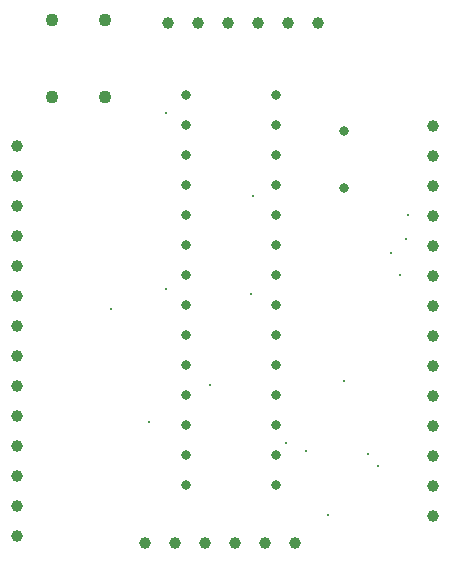
<source format=gbr>
%TF.GenerationSoftware,KiCad,Pcbnew,9.0.2*%
%TF.CreationDate,2025-07-07T19:43:41+05:30*%
%TF.ProjectId,Atmega328p_based,41746d65-6761-4333-9238-705f62617365,rev?*%
%TF.SameCoordinates,Original*%
%TF.FileFunction,Plated,1,2,PTH,Drill*%
%TF.FilePolarity,Positive*%
%FSLAX46Y46*%
G04 Gerber Fmt 4.6, Leading zero omitted, Abs format (unit mm)*
G04 Created by KiCad (PCBNEW 9.0.2) date 2025-07-07 19:43:41*
%MOMM*%
%LPD*%
G01*
G04 APERTURE LIST*
%TA.AperFunction,ViaDrill*%
%ADD10C,0.300000*%
%TD*%
%TA.AperFunction,ComponentDrill*%
%ADD11C,0.800000*%
%TD*%
%TA.AperFunction,ComponentDrill*%
%ADD12C,1.000000*%
%TD*%
%TA.AperFunction,ComponentDrill*%
%ADD13C,1.100000*%
%TD*%
G04 APERTURE END LIST*
D10*
X139497000Y-88732100D03*
X142734400Y-98287500D03*
X144168300Y-72129800D03*
X144168800Y-87018200D03*
X147840300Y-95181900D03*
X151352000Y-87426400D03*
X151509200Y-79166300D03*
X154346000Y-100077300D03*
X156019000Y-100763100D03*
X157875000Y-106125000D03*
X159221200Y-94836100D03*
X161212200Y-100950700D03*
X162089500Y-101974200D03*
X163224600Y-83994500D03*
X163945700Y-85840000D03*
X164434500Y-82786900D03*
X164654200Y-80736100D03*
D11*
%TO.C,U1*%
X145880000Y-70600000D03*
X145880000Y-73140000D03*
X145880000Y-75680000D03*
X145880000Y-78220000D03*
X145880000Y-80760000D03*
X145880000Y-83300000D03*
X145880000Y-85840000D03*
X145880000Y-88380000D03*
X145880000Y-90920000D03*
X145880000Y-93460000D03*
X145880000Y-96000000D03*
X145880000Y-98540000D03*
X145880000Y-101080000D03*
X145880000Y-103620000D03*
X153500000Y-70600000D03*
X153500000Y-73140000D03*
X153500000Y-75680000D03*
X153500000Y-78220000D03*
X153500000Y-80760000D03*
X153500000Y-83300000D03*
X153500000Y-85840000D03*
X153500000Y-88380000D03*
X153500000Y-90920000D03*
X153500000Y-93460000D03*
X153500000Y-96000000D03*
X153500000Y-98540000D03*
X153500000Y-101080000D03*
X153500000Y-103620000D03*
%TO.C,Y1*%
X159250000Y-73620000D03*
X159250000Y-78500000D03*
D12*
%TO.C,J2*%
X131500000Y-74920000D03*
X131500000Y-77460000D03*
X131500000Y-80000000D03*
X131500000Y-82540000D03*
X131500000Y-85080000D03*
X131500000Y-87620000D03*
X131500000Y-90160000D03*
X131500000Y-92700000D03*
X131500000Y-95240000D03*
X131500000Y-97780000D03*
X131500000Y-100320000D03*
X131500000Y-102860000D03*
X131500000Y-105400000D03*
X131500000Y-107940000D03*
%TO.C,J1*%
X142340000Y-108500000D03*
%TO.C,J5*%
X144340000Y-64500000D03*
%TO.C,J1*%
X144880000Y-108500000D03*
%TO.C,J5*%
X146880000Y-64500000D03*
%TO.C,J1*%
X147420000Y-108500000D03*
%TO.C,J5*%
X149420000Y-64500000D03*
%TO.C,J1*%
X149960000Y-108500000D03*
%TO.C,J5*%
X151960000Y-64500000D03*
%TO.C,J1*%
X152500000Y-108500000D03*
%TO.C,J5*%
X154500000Y-64500000D03*
%TO.C,J1*%
X155040000Y-108500000D03*
%TO.C,J5*%
X157040000Y-64500000D03*
%TO.C,J3*%
X166750000Y-73180000D03*
X166750000Y-75720000D03*
X166750000Y-78260000D03*
X166750000Y-80800000D03*
X166750000Y-83340000D03*
X166750000Y-85880000D03*
X166750000Y-88420000D03*
X166750000Y-90960000D03*
X166750000Y-93500000D03*
X166750000Y-96040000D03*
X166750000Y-98580000D03*
X166750000Y-101120000D03*
X166750000Y-103660000D03*
X166750000Y-106200000D03*
D13*
%TO.C,SW1*%
X134500000Y-64250000D03*
X134500000Y-70750000D03*
X139000000Y-64250000D03*
X139000000Y-70750000D03*
M02*

</source>
